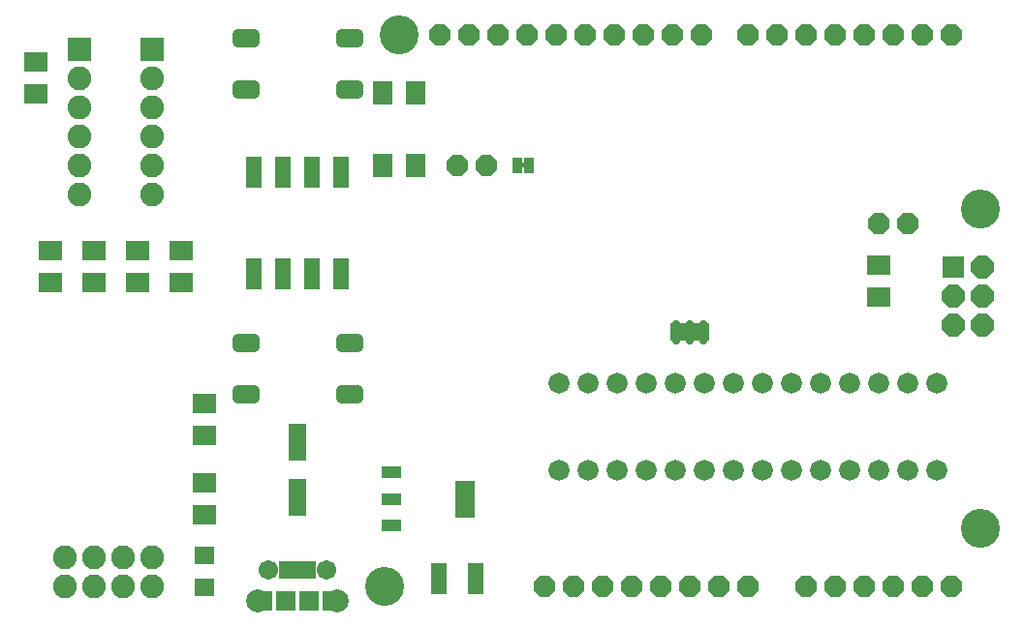
<source format=gts>
G75*
%MOIN*%
%OFA0B0*%
%FSLAX25Y25*%
%IPPOS*%
%LPD*%
%AMOC8*
5,1,8,0,0,1.08239X$1,22.5*
%
%ADD10R,0.05524X0.10643*%
%ADD11R,0.07887X0.07099*%
%ADD12R,0.08200X0.08200*%
%ADD13C,0.08200*%
%ADD14C,0.07200*%
%ADD15OC8,0.07400*%
%ADD16R,0.07099X0.07887*%
%ADD17C,0.03535*%
%ADD18R,0.07100X0.04100*%
%ADD19R,0.07100X0.13000*%
%ADD20C,0.02572*%
%ADD21R,0.13760X0.06040*%
%ADD22OC8,0.07800*%
%ADD23R,0.07800X0.07800*%
%ADD24C,0.13398*%
%ADD25R,0.06312X0.12611*%
%ADD26R,0.07099X0.06312*%
%ADD27R,0.03300X0.05800*%
%ADD28C,0.00500*%
%ADD29R,0.02572X0.06115*%
%ADD30C,0.06743*%
%ADD31C,0.07924*%
%ADD32R,0.06706X0.06902*%
%ADD33R,0.05800X0.10800*%
D10*
X0153504Y0021348D03*
X0166496Y0021348D03*
D11*
X0073125Y0043337D03*
X0073125Y0054360D03*
X0073125Y0070837D03*
X0073125Y0081860D03*
X0065000Y0123337D03*
X0050000Y0123337D03*
X0050000Y0134360D03*
X0065000Y0134360D03*
X0035000Y0134360D03*
X0020000Y0134360D03*
X0020000Y0123337D03*
X0035000Y0123337D03*
X0015000Y0188337D03*
X0015000Y0199360D03*
X0305000Y0129360D03*
X0305000Y0118337D03*
D12*
X0055000Y0203848D03*
X0030000Y0203848D03*
D13*
X0025000Y0018848D03*
X0035000Y0018848D03*
X0045000Y0018848D03*
X0055000Y0018848D03*
X0055000Y0028848D03*
X0045000Y0028848D03*
X0035000Y0028848D03*
X0025000Y0028848D03*
X0030000Y0153848D03*
X0030000Y0163848D03*
X0030000Y0173848D03*
X0030000Y0183848D03*
X0030000Y0193848D03*
X0055000Y0193848D03*
X0055000Y0183848D03*
X0055000Y0173848D03*
X0055000Y0163848D03*
X0055000Y0153848D03*
D14*
X0195000Y0088848D03*
X0205000Y0088848D03*
X0215000Y0088848D03*
X0225000Y0088848D03*
X0235000Y0088848D03*
X0245000Y0088848D03*
X0255000Y0088848D03*
X0265000Y0088848D03*
X0275000Y0088848D03*
X0285000Y0088848D03*
X0295000Y0088848D03*
X0305000Y0088848D03*
X0315000Y0088848D03*
X0325000Y0088848D03*
X0325000Y0058848D03*
X0315000Y0058848D03*
X0305000Y0058848D03*
X0295000Y0058848D03*
X0285000Y0058848D03*
X0275000Y0058848D03*
X0265000Y0058848D03*
X0255000Y0058848D03*
X0245000Y0058848D03*
X0235000Y0058848D03*
X0225000Y0058848D03*
X0215000Y0058848D03*
X0205000Y0058848D03*
X0195000Y0058848D03*
D15*
X0190000Y0018848D03*
X0200000Y0018848D03*
X0210000Y0018848D03*
X0220000Y0018848D03*
X0230000Y0018848D03*
X0240000Y0018848D03*
X0250000Y0018848D03*
X0260000Y0018848D03*
X0280000Y0018848D03*
X0290000Y0018848D03*
X0300000Y0018848D03*
X0310000Y0018848D03*
X0320000Y0018848D03*
X0330000Y0018848D03*
X0315000Y0143848D03*
X0305000Y0143848D03*
X0300000Y0208848D03*
X0290000Y0208848D03*
X0280000Y0208848D03*
X0270000Y0208848D03*
X0260000Y0208848D03*
X0244000Y0208848D03*
X0234000Y0208848D03*
X0224000Y0208848D03*
X0214000Y0208848D03*
X0204000Y0208848D03*
X0194000Y0208848D03*
X0184000Y0208848D03*
X0174000Y0208848D03*
X0164000Y0208848D03*
X0154000Y0208848D03*
X0160000Y0163848D03*
X0170000Y0163848D03*
X0310000Y0208848D03*
X0320000Y0208848D03*
X0330000Y0208848D03*
D16*
X0145512Y0188848D03*
X0134488Y0188848D03*
X0134488Y0163848D03*
X0145512Y0163848D03*
D17*
X0125680Y0191379D02*
X0120146Y0191379D01*
X0125680Y0191379D02*
X0125680Y0188601D01*
X0120146Y0188601D01*
X0120146Y0191379D01*
X0120146Y0209096D02*
X0125680Y0209096D01*
X0125680Y0206318D01*
X0120146Y0206318D01*
X0120146Y0209096D01*
X0089854Y0209096D02*
X0084320Y0209096D01*
X0089854Y0209096D02*
X0089854Y0206318D01*
X0084320Y0206318D01*
X0084320Y0209096D01*
X0084320Y0191379D02*
X0089854Y0191379D01*
X0089854Y0188601D01*
X0084320Y0188601D01*
X0084320Y0191379D01*
X0084320Y0101318D02*
X0089854Y0101318D01*
X0084320Y0101318D02*
X0084320Y0104096D01*
X0089854Y0104096D01*
X0089854Y0101318D01*
X0089854Y0083601D02*
X0084320Y0083601D01*
X0084320Y0086379D01*
X0089854Y0086379D01*
X0089854Y0083601D01*
X0120146Y0083601D02*
X0125680Y0083601D01*
X0120146Y0083601D02*
X0120146Y0086379D01*
X0125680Y0086379D01*
X0125680Y0083601D01*
X0125680Y0101318D02*
X0120146Y0101318D01*
X0120146Y0104096D01*
X0125680Y0104096D01*
X0125680Y0101318D01*
D18*
X0137400Y0057948D03*
X0137400Y0048848D03*
X0137400Y0039748D03*
D19*
X0162600Y0048848D03*
D20*
X0235276Y0103484D02*
X0235276Y0109212D01*
X0240000Y0109212D02*
X0240000Y0103484D01*
X0244724Y0103484D02*
X0244724Y0109212D01*
D21*
X0240010Y0106358D03*
D22*
X0330500Y0108848D03*
X0340500Y0108848D03*
X0340500Y0118848D03*
X0330500Y0118848D03*
X0340500Y0128848D03*
D23*
X0330500Y0128848D03*
D24*
X0340000Y0148848D03*
X0340000Y0038848D03*
X0135000Y0018848D03*
X0140000Y0208848D03*
D25*
X0105000Y0068297D03*
X0105000Y0049400D03*
D26*
X0073125Y0029360D03*
X0073125Y0018337D03*
D27*
X0180500Y0163848D03*
X0184500Y0163848D03*
D28*
X0183250Y0163885D02*
X0181750Y0163885D01*
X0181750Y0164348D02*
X0181750Y0163348D01*
X0183250Y0163348D01*
X0183250Y0164348D01*
X0181750Y0164348D01*
X0181750Y0163387D02*
X0183250Y0163387D01*
D29*
X0110118Y0024380D03*
X0107559Y0024380D03*
X0105000Y0024380D03*
X0102441Y0024380D03*
X0099882Y0024380D03*
D30*
X0095157Y0024478D03*
X0114843Y0024478D03*
D31*
X0118780Y0013848D03*
X0091220Y0013848D03*
D32*
X0092992Y0013848D03*
X0101063Y0013848D03*
X0108937Y0013848D03*
X0117008Y0013848D03*
D33*
X0120000Y0126348D03*
X0110000Y0126348D03*
X0100000Y0126348D03*
X0090000Y0126348D03*
X0090000Y0161348D03*
X0100000Y0161348D03*
X0110000Y0161348D03*
X0120000Y0161348D03*
M02*

</source>
